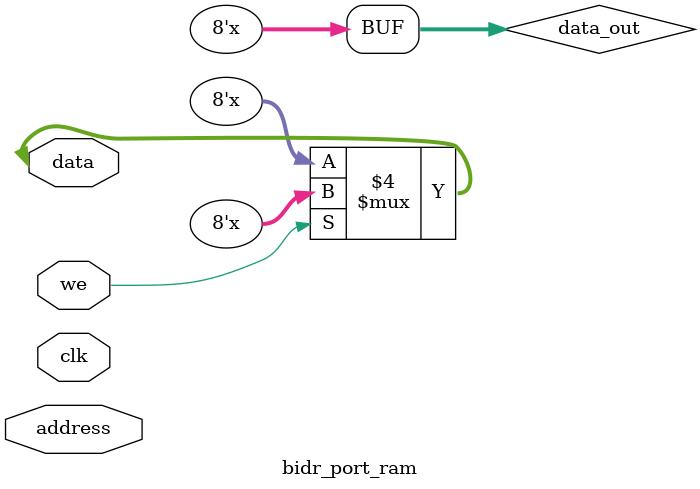
<source format=v>
`timescale 1ns / 1ps


module bidr_port_ram(
    input clk,
    input we,
    input [7:0] address,
    inout [7:0] data
    );
    
    reg [7:0] data_out;
    reg [7:0] mem [2:0]; //ram: 8bit x 3
    
    assign data = (!we)? data_out : 8'bz;
    
    
    always @ (*)
    begin
        if (we) begin
            mem[address] <= data;
        end else
            data_out <= mem[address];
    end
endmodule

</source>
